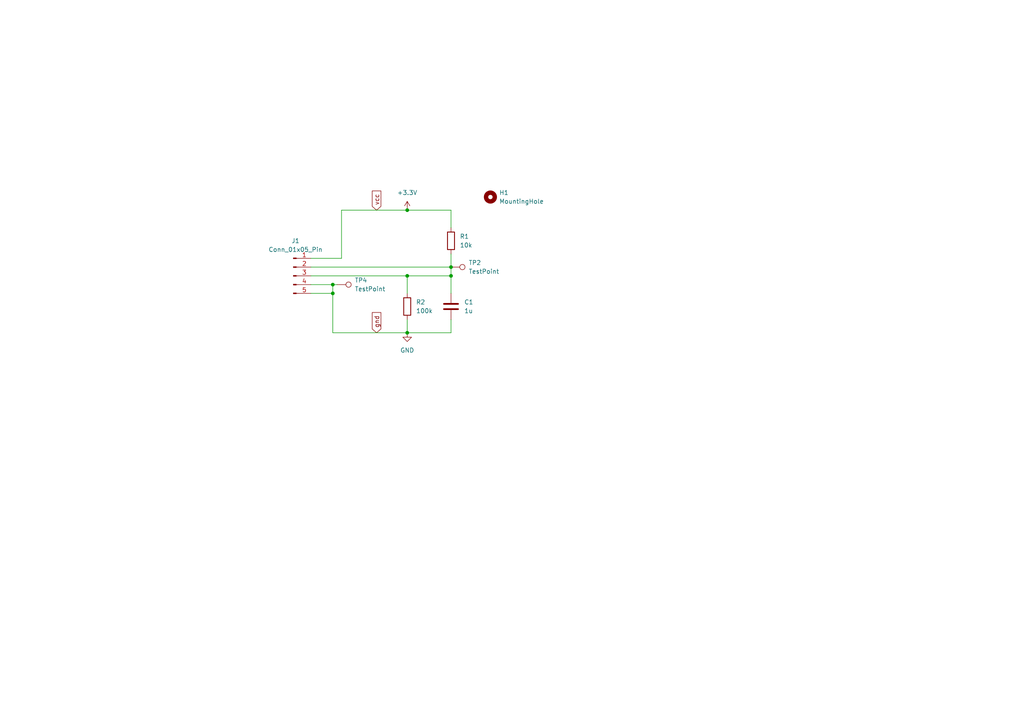
<source format=kicad_sch>
(kicad_sch (version 20230121) (generator eeschema)
  (paper "A4")
  (lib_symbols
    (symbol "Connector:Conn_01x05_Pin" (pin_names (offset 1.016) hide)
      (property "Reference" "J" (at 0 7.62 0))
      (property "Value" "Conn_01x05_Pin" (at 0 -7.62 0))
      (symbol "Conn_01x05_Pin_1_1"
        (polyline (pts (xy 1.27 -5.08) (xy 0.8636 -5.08)) (stroke (width 0.1524)))
        (polyline (pts (xy 1.27 -2.54) (xy 0.8636 -2.54)) (stroke (width 0.1524)))
        (polyline (pts (xy 1.27 0) (xy 0.8636 0)) (stroke (width 0.1524)))
        (polyline (pts (xy 1.27 2.54) (xy 0.8636 2.54)) (stroke (width 0.1524)))
        (polyline (pts (xy 1.27 5.08) (xy 0.8636 5.08)) (stroke (width 0.1524)))
        (rectangle (start 0.8636 -4.953) (end 0 -5.207) (stroke (width 0.1524)) (fill (type outline)))
        (rectangle (start 0.8636 -2.413) (end 0 -2.667) (stroke (width 0.1524)) (fill (type outline)))
        (rectangle (start 0.8636 0.127) (end 0 -0.127) (stroke (width 0.1524)) (fill (type outline)))
        (rectangle (start 0.8636 2.667) (end 0 2.413) (stroke (width 0.1524)) (fill (type outline)))
        (rectangle (start 0.8636 5.207) (end 0 4.953) (stroke (width 0.1524)) (fill (type outline)))
        (pin passive line (at 5.08 5.08 180) (length 3.81) (name "Pin_1") (number "1"))
        (pin passive line (at 5.08 2.54 180) (length 3.81) (name "Pin_2") (number "2"))
        (pin passive line (at 5.08 0 180) (length 3.81) (name "Pin_3") (number "3"))
        (pin passive line (at 5.08 -2.54 180) (length 3.81) (name "Pin_4") (number "4"))
        (pin passive line (at 5.08 -5.08 180) (length 3.81) (name "Pin_5") (number "5"))
      )
    )
    (symbol "Connector:TestPoint" (pin_numbers hide) (pin_names (offset 0.762) hide)
      (property "Reference" "TP" (at 0 6.858 0))
      (property "Value" "TestPoint" (at 0 5.08 0))
      (symbol "TestPoint_0_1"
        (circle (center 0 3.302) (radius 0.762))
      )
      (symbol "TestPoint_1_1"
        (pin passive line (at 0 0 90) (length 2.54) (name "1") (number "1"))
      )
    )
    (symbol "Device:C" (pin_numbers hide) (pin_names (offset 0.254))
      (property "Reference" "C" (at 0.635 2.54 0))
      (property "Value" "C" (at 0.635 -2.54 0))
      (symbol "C_0_1"
        (polyline (pts (xy -2.032 -0.762) (xy 2.032 -0.762)) (stroke (width 0.508)))
        (polyline (pts (xy -2.032 0.762) (xy 2.032 0.762)) (stroke (width 0.508)))
      )
      (symbol "C_1_1"
        (pin passive line (at 0 3.81 270) (length 2.794) (name "~") (number "1"))
        (pin passive line (at 0 -3.81 90) (length 2.794) (name "~") (number "2"))
      )
    )
    (symbol "Device:R" (pin_numbers hide) (pin_names (offset 0))
      (property "Reference" "R" (at 2.032 0 90))
      (property "Value" "R" (at 0 0 90))
      (symbol "R_0_1"
        (rectangle (start -1.016 -2.54) (end 1.016 2.54) (stroke (width 0.254)))
      )
      (symbol "R_1_1"
        (pin passive line (at 0 3.81 270) (length 1.27) (name "~") (number "1"))
        (pin passive line (at 0 -3.81 90) (length 1.27) (name "~") (number "2"))
      )
    )
    (symbol "Mechanical:MountingHole" (pin_names (offset 1.016))
      (property "Reference" "H" (at 0 5.08 0))
      (property "Value" "MountingHole" (at 0 3.175 0))
      (symbol "MountingHole_0_1"
        (circle (center 0 0) (radius 1.27) (stroke (width 1.27)))
      )
    )
    (symbol "power:+3.3V" (power) (pin_names (offset 0))
      (property "Value" "+3.3V" (at 0 3.556 0))
      (symbol "+3.3V_0_1"
        (polyline (pts (xy -0.762 1.27) (xy 0 2.54)))
        (polyline (pts (xy 0 0) (xy 0 2.54)))
        (polyline (pts (xy 0 2.54) (xy 0.762 1.27)))
      )
      (symbol "+3.3V_1_1"
        (pin power_in line (at 0 0 90) (length 0) hide (name "+3.3V") (number "1"))
      )
    )
    (symbol "power:GND" (power) (pin_names (offset 0))
      (property "Value" "GND" (at 0 -3.81 0))
      (symbol "GND_0_1"
        (polyline (pts (xy 0 0) (xy 0 -1.27) (xy 1.27 -1.27) (xy 0 -2.54) (xy -1.27 -1.27) (xy 0 -1.27)))
      )
      (symbol "GND_1_1"
        (pin power_in line (at 0 0 270) (length 0) hide (name "GND") (number "1"))
      )
    )
  )
  (junction (at 130.81 77.47))
  (junction (at 96.52 85.09))
  (junction (at 130.81 80.01))
  (junction (at 96.52 82.55))
  (junction (at 118.11 60.96))
  (junction (at 118.11 80.01))
  (junction (at 118.11 96.52))
  (wire (pts (xy 130.81 73.66) (xy 130.81 77.47)))
  (wire (pts (xy 90.17 85.09) (xy 96.52 85.09)))
  (wire (pts (xy 118.11 60.96) (xy 130.81 60.96)))
  (wire (pts (xy 118.11 80.01) (xy 118.11 85.09)))
  (wire (pts (xy 96.52 96.52) (xy 96.52 85.09)))
  (wire (pts (xy 118.11 92.71) (xy 118.11 96.52)))
  (wire (pts (xy 130.81 80.01) (xy 130.81 85.09)))
  (wire (pts (xy 90.17 74.93) (xy 99.06 74.93)))
  (wire (pts (xy 90.17 77.47) (xy 130.81 77.47)))
  (wire (pts (xy 99.06 74.93) (xy 99.06 60.96)))
  (wire (pts (xy 130.81 96.52) (xy 118.11 96.52)))
  (wire (pts (xy 118.11 80.01) (xy 130.81 80.01)))
  (wire (pts (xy 99.06 60.96) (xy 118.11 60.96)))
  (wire (pts (xy 90.17 80.01) (xy 118.11 80.01)))
  (wire (pts (xy 130.81 77.47) (xy 130.81 80.01)))
  (wire (pts (xy 130.81 60.96) (xy 130.81 66.04)))
  (wire (pts (xy 130.81 92.71) (xy 130.81 96.52)))
  (wire (pts (xy 90.17 82.55) (xy 96.52 82.55)))
  (wire (pts (xy 96.52 85.09) (xy 96.52 82.55)))
  (wire (pts (xy 97.79 82.55) (xy 96.52 82.55)))
  (wire (pts (xy 96.52 96.52) (xy 118.11 96.52)))
  (global_label "vcc" (shape input) (at 109.22 60.96 90) (property "Intersheetrefs" "${INTERSHEET_REFS}" (effects hide)))
  (global_label "gnd" (shape input) (at 109.22 96.52 90) (property "Intersheetrefs" "${INTERSHEET_REFS}" (effects hide)))
  (symbol (lib_id "Connector:Conn_01x05_Pin") (at 85.09 80.01 0) (unit 1)
    (property "Reference" "J1" (at 85.725 69.85 0))
    (property "Value" "Conn_01x05_Pin" (at 85.725 72.39 0))
    (property "Footprint" "Connector_PinHeader_2.54mm:PinHeader_1x05_P2.54mm_Vertical_SMD_Pin1Left" (effects hide))
  )
  (symbol (lib_id "power:GND") (at 118.11 96.52 0) (unit 1)
    (property "Reference" "#PWR01" (effects hide))
    (property "Value" "GND" (at 118.11 101.6 0))
  )
  (symbol (lib_id "power:+3.3V") (at 118.11 60.96 0) (unit 1)
    (property "Reference" "#PWR02" (effects hide))
    (property "Value" "+3.3V" (at 118.11 55.88 0))
  )
  (symbol (lib_id "Connector:TestPoint") (at 97.79 82.55 270) (unit 1)
    (property "Reference" "TP4" (at 102.87 81.28 90) (effects (justify left)))
    (property "Value" "TestPoint" (at 102.87 83.82 90) (effects (justify left)))
    (property "Footprint" "TestPoint:TestPoint_Pad_1.0x1.0mm" (effects hide))
  )
  (symbol (lib_id "Mechanical:MountingHole") (at 142.24 57.15 0) (unit 1)
    (property "Reference" "H1" (at 144.78 55.88 0) (effects (justify left)))
    (property "Value" "MountingHole" (at 144.78 58.42 0) (effects (justify left)))
    (property "Footprint" "MountingHole:MountingHole_3.2mm_M3_ISO14580" (effects hide))
  )
  (symbol (lib_id "Device:R") (at 118.11 88.9 0) (unit 1)
    (property "Reference" "R2" (at 120.65 87.63 0) (effects (justify left)))
    (property "Value" "100k" (at 120.65 90.17 0) (effects (justify left)))
    (property "Footprint" "Resistor_SMD:R_1206_3216Metric_Pad1.30x1.75mm_HandSolder" (effects hide))
  )
  (symbol (lib_id "Device:C") (at 130.81 88.9 0) (unit 1)
    (property "Reference" "C1" (at 134.62 87.63 0) (effects (justify left)))
    (property "Value" "1u" (at 134.62 90.17 0) (effects (justify left)))
    (property "Footprint" "Capacitor_SMD:C_1206_3216Metric_Pad1.33x1.80mm_HandSolder" (effects hide))
  )
  (symbol (lib_id "Device:R") (at 130.81 69.85 0) (unit 1)
    (property "Reference" "R1" (at 133.35 68.58 0) (effects (justify left)))
    (property "Value" "10k" (at 133.35 71.12 0) (effects (justify left)))
    (property "Footprint" "Resistor_SMD:R_1206_3216Metric_Pad1.30x1.75mm_HandSolder" (effects hide))
  )
  (symbol (lib_id "Connector:TestPoint") (at 130.81 77.47 270) (unit 1)
    (property "Reference" "TP2" (at 135.89 76.2 90) (effects (justify left)))
    (property "Value" "TestPoint" (at 135.89 78.74 90) (effects (justify left)))
    (property "Footprint" "TestPoint:TestPoint_Pad_1.0x1.0mm" (effects hide))
  )
)
</source>
